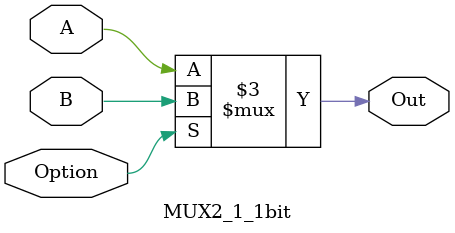
<source format=sv>
module MUX2_1_1bit(
	input logic A, B,
	input logic Option,
	output logic Out
);
always_comb begin: Multiplexor_2_1
	if(Option) begin 
		Out = B;
		end
	else begin 
		Out = A;
		end
	end
endmodule

</source>
